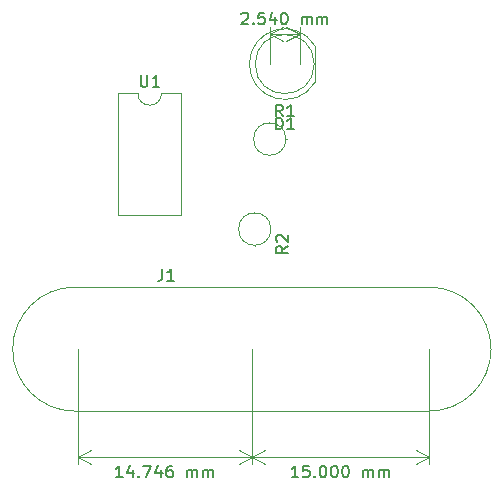
<source format=gbr>
G04 #@! TF.GenerationSoftware,KiCad,Pcbnew,(5.1.5)-3*
G04 #@! TF.CreationDate,2019-12-24T13:43:55+08:00*
G04 #@! TF.ProjectId,test,74657374-2e6b-4696-9361-645f70636258,rev?*
G04 #@! TF.SameCoordinates,Original*
G04 #@! TF.FileFunction,Legend,Top*
G04 #@! TF.FilePolarity,Positive*
%FSLAX46Y46*%
G04 Gerber Fmt 4.6, Leading zero omitted, Abs format (unit mm)*
G04 Created by KiCad (PCBNEW (5.1.5)-3) date 2019-12-24 13:43:55*
%MOMM*%
%LPD*%
G04 APERTURE LIST*
%ADD10C,0.150000*%
%ADD11C,0.120000*%
G04 APERTURE END LIST*
D10*
X45863333Y-45267619D02*
X45910952Y-45220000D01*
X46006190Y-45172380D01*
X46244285Y-45172380D01*
X46339523Y-45220000D01*
X46387142Y-45267619D01*
X46434761Y-45362857D01*
X46434761Y-45458095D01*
X46387142Y-45600952D01*
X45815714Y-46172380D01*
X46434761Y-46172380D01*
X46863333Y-46077142D02*
X46910952Y-46124761D01*
X46863333Y-46172380D01*
X46815714Y-46124761D01*
X46863333Y-46077142D01*
X46863333Y-46172380D01*
X47815714Y-45172380D02*
X47339523Y-45172380D01*
X47291904Y-45648571D01*
X47339523Y-45600952D01*
X47434761Y-45553333D01*
X47672857Y-45553333D01*
X47768095Y-45600952D01*
X47815714Y-45648571D01*
X47863333Y-45743809D01*
X47863333Y-45981904D01*
X47815714Y-46077142D01*
X47768095Y-46124761D01*
X47672857Y-46172380D01*
X47434761Y-46172380D01*
X47339523Y-46124761D01*
X47291904Y-46077142D01*
X48720476Y-45505714D02*
X48720476Y-46172380D01*
X48482380Y-45124761D02*
X48244285Y-45839047D01*
X48863333Y-45839047D01*
X49434761Y-45172380D02*
X49530000Y-45172380D01*
X49625238Y-45220000D01*
X49672857Y-45267619D01*
X49720476Y-45362857D01*
X49768095Y-45553333D01*
X49768095Y-45791428D01*
X49720476Y-45981904D01*
X49672857Y-46077142D01*
X49625238Y-46124761D01*
X49530000Y-46172380D01*
X49434761Y-46172380D01*
X49339523Y-46124761D01*
X49291904Y-46077142D01*
X49244285Y-45981904D01*
X49196666Y-45791428D01*
X49196666Y-45553333D01*
X49244285Y-45362857D01*
X49291904Y-45267619D01*
X49339523Y-45220000D01*
X49434761Y-45172380D01*
X50958571Y-46172380D02*
X50958571Y-45505714D01*
X50958571Y-45600952D02*
X51006190Y-45553333D01*
X51101428Y-45505714D01*
X51244285Y-45505714D01*
X51339523Y-45553333D01*
X51387142Y-45648571D01*
X51387142Y-46172380D01*
X51387142Y-45648571D02*
X51434761Y-45553333D01*
X51530000Y-45505714D01*
X51672857Y-45505714D01*
X51768095Y-45553333D01*
X51815714Y-45648571D01*
X51815714Y-46172380D01*
X52291904Y-46172380D02*
X52291904Y-45505714D01*
X52291904Y-45600952D02*
X52339523Y-45553333D01*
X52434761Y-45505714D01*
X52577619Y-45505714D01*
X52672857Y-45553333D01*
X52720476Y-45648571D01*
X52720476Y-46172380D01*
X52720476Y-45648571D02*
X52768095Y-45553333D01*
X52863333Y-45505714D01*
X53006190Y-45505714D01*
X53101428Y-45553333D01*
X53149047Y-45648571D01*
X53149047Y-46172380D01*
D11*
X48260000Y-46990000D02*
X50800000Y-46990000D01*
X48260000Y-49530000D02*
X48260000Y-46403579D01*
X50800000Y-49530000D02*
X50800000Y-46403579D01*
X50800000Y-46990000D02*
X49673496Y-47576421D01*
X50800000Y-46990000D02*
X49673496Y-46403579D01*
X48260000Y-46990000D02*
X49386504Y-47576421D01*
X48260000Y-46990000D02*
X49386504Y-46403579D01*
D10*
X50678571Y-84526380D02*
X50107142Y-84526380D01*
X50392857Y-84526380D02*
X50392857Y-83526380D01*
X50297619Y-83669238D01*
X50202380Y-83764476D01*
X50107142Y-83812095D01*
X51583333Y-83526380D02*
X51107142Y-83526380D01*
X51059523Y-84002571D01*
X51107142Y-83954952D01*
X51202380Y-83907333D01*
X51440476Y-83907333D01*
X51535714Y-83954952D01*
X51583333Y-84002571D01*
X51630952Y-84097809D01*
X51630952Y-84335904D01*
X51583333Y-84431142D01*
X51535714Y-84478761D01*
X51440476Y-84526380D01*
X51202380Y-84526380D01*
X51107142Y-84478761D01*
X51059523Y-84431142D01*
X52059523Y-84431142D02*
X52107142Y-84478761D01*
X52059523Y-84526380D01*
X52011904Y-84478761D01*
X52059523Y-84431142D01*
X52059523Y-84526380D01*
X52726190Y-83526380D02*
X52821428Y-83526380D01*
X52916666Y-83574000D01*
X52964285Y-83621619D01*
X53011904Y-83716857D01*
X53059523Y-83907333D01*
X53059523Y-84145428D01*
X53011904Y-84335904D01*
X52964285Y-84431142D01*
X52916666Y-84478761D01*
X52821428Y-84526380D01*
X52726190Y-84526380D01*
X52630952Y-84478761D01*
X52583333Y-84431142D01*
X52535714Y-84335904D01*
X52488095Y-84145428D01*
X52488095Y-83907333D01*
X52535714Y-83716857D01*
X52583333Y-83621619D01*
X52630952Y-83574000D01*
X52726190Y-83526380D01*
X53678571Y-83526380D02*
X53773809Y-83526380D01*
X53869047Y-83574000D01*
X53916666Y-83621619D01*
X53964285Y-83716857D01*
X54011904Y-83907333D01*
X54011904Y-84145428D01*
X53964285Y-84335904D01*
X53916666Y-84431142D01*
X53869047Y-84478761D01*
X53773809Y-84526380D01*
X53678571Y-84526380D01*
X53583333Y-84478761D01*
X53535714Y-84431142D01*
X53488095Y-84335904D01*
X53440476Y-84145428D01*
X53440476Y-83907333D01*
X53488095Y-83716857D01*
X53535714Y-83621619D01*
X53583333Y-83574000D01*
X53678571Y-83526380D01*
X54630952Y-83526380D02*
X54726190Y-83526380D01*
X54821428Y-83574000D01*
X54869047Y-83621619D01*
X54916666Y-83716857D01*
X54964285Y-83907333D01*
X54964285Y-84145428D01*
X54916666Y-84335904D01*
X54869047Y-84431142D01*
X54821428Y-84478761D01*
X54726190Y-84526380D01*
X54630952Y-84526380D01*
X54535714Y-84478761D01*
X54488095Y-84431142D01*
X54440476Y-84335904D01*
X54392857Y-84145428D01*
X54392857Y-83907333D01*
X54440476Y-83716857D01*
X54488095Y-83621619D01*
X54535714Y-83574000D01*
X54630952Y-83526380D01*
X56154761Y-84526380D02*
X56154761Y-83859714D01*
X56154761Y-83954952D02*
X56202380Y-83907333D01*
X56297619Y-83859714D01*
X56440476Y-83859714D01*
X56535714Y-83907333D01*
X56583333Y-84002571D01*
X56583333Y-84526380D01*
X56583333Y-84002571D02*
X56630952Y-83907333D01*
X56726190Y-83859714D01*
X56869047Y-83859714D01*
X56964285Y-83907333D01*
X57011904Y-84002571D01*
X57011904Y-84526380D01*
X57488095Y-84526380D02*
X57488095Y-83859714D01*
X57488095Y-83954952D02*
X57535714Y-83907333D01*
X57630952Y-83859714D01*
X57773809Y-83859714D01*
X57869047Y-83907333D01*
X57916666Y-84002571D01*
X57916666Y-84526380D01*
X57916666Y-84002571D02*
X57964285Y-83907333D01*
X58059523Y-83859714D01*
X58202380Y-83859714D01*
X58297619Y-83907333D01*
X58345238Y-84002571D01*
X58345238Y-84526380D01*
D11*
X61750000Y-82804000D02*
X46750000Y-82804000D01*
X61750000Y-73660000D02*
X61750000Y-83390421D01*
X46750000Y-73660000D02*
X46750000Y-83390421D01*
X46750000Y-82804000D02*
X47876504Y-82217579D01*
X46750000Y-82804000D02*
X47876504Y-83390421D01*
X61750000Y-82804000D02*
X60623496Y-82217579D01*
X61750000Y-82804000D02*
X60623496Y-83390421D01*
D10*
X35805571Y-84526380D02*
X35234142Y-84526380D01*
X35519857Y-84526380D02*
X35519857Y-83526380D01*
X35424619Y-83669238D01*
X35329380Y-83764476D01*
X35234142Y-83812095D01*
X36662714Y-83859714D02*
X36662714Y-84526380D01*
X36424619Y-83478761D02*
X36186523Y-84193047D01*
X36805571Y-84193047D01*
X37186523Y-84431142D02*
X37234142Y-84478761D01*
X37186523Y-84526380D01*
X37138904Y-84478761D01*
X37186523Y-84431142D01*
X37186523Y-84526380D01*
X37567476Y-83526380D02*
X38234142Y-83526380D01*
X37805571Y-84526380D01*
X39043666Y-83859714D02*
X39043666Y-84526380D01*
X38805571Y-83478761D02*
X38567476Y-84193047D01*
X39186523Y-84193047D01*
X39996047Y-83526380D02*
X39805571Y-83526380D01*
X39710333Y-83574000D01*
X39662714Y-83621619D01*
X39567476Y-83764476D01*
X39519857Y-83954952D01*
X39519857Y-84335904D01*
X39567476Y-84431142D01*
X39615095Y-84478761D01*
X39710333Y-84526380D01*
X39900809Y-84526380D01*
X39996047Y-84478761D01*
X40043666Y-84431142D01*
X40091285Y-84335904D01*
X40091285Y-84097809D01*
X40043666Y-84002571D01*
X39996047Y-83954952D01*
X39900809Y-83907333D01*
X39710333Y-83907333D01*
X39615095Y-83954952D01*
X39567476Y-84002571D01*
X39519857Y-84097809D01*
X41281761Y-84526380D02*
X41281761Y-83859714D01*
X41281761Y-83954952D02*
X41329380Y-83907333D01*
X41424619Y-83859714D01*
X41567476Y-83859714D01*
X41662714Y-83907333D01*
X41710333Y-84002571D01*
X41710333Y-84526380D01*
X41710333Y-84002571D02*
X41757952Y-83907333D01*
X41853190Y-83859714D01*
X41996047Y-83859714D01*
X42091285Y-83907333D01*
X42138904Y-84002571D01*
X42138904Y-84526380D01*
X42615095Y-84526380D02*
X42615095Y-83859714D01*
X42615095Y-83954952D02*
X42662714Y-83907333D01*
X42757952Y-83859714D01*
X42900809Y-83859714D01*
X42996047Y-83907333D01*
X43043666Y-84002571D01*
X43043666Y-84526380D01*
X43043666Y-84002571D02*
X43091285Y-83907333D01*
X43186523Y-83859714D01*
X43329380Y-83859714D01*
X43424619Y-83907333D01*
X43472238Y-84002571D01*
X43472238Y-84526380D01*
D11*
X32004000Y-82804000D02*
X46750000Y-82804000D01*
X32004000Y-73660000D02*
X32004000Y-83390421D01*
X46750000Y-73660000D02*
X46750000Y-83390421D01*
X46750000Y-82804000D02*
X45623496Y-83390421D01*
X46750000Y-82804000D02*
X45623496Y-82217579D01*
X32004000Y-82804000D02*
X33130504Y-83390421D01*
X32004000Y-82804000D02*
X33130504Y-82217579D01*
X46540000Y-49529538D02*
G75*
G03X52090000Y-51074830I2990000J-462D01*
G01*
X46540000Y-49530462D02*
G75*
G02X52090000Y-47985170I2990000J462D01*
G01*
X52030000Y-49530000D02*
G75*
G03X52030000Y-49530000I-2500000J0D01*
G01*
X52090000Y-51075000D02*
X52090000Y-47985000D01*
X49630000Y-55880000D02*
G75*
G03X49630000Y-55880000I-1370000J0D01*
G01*
X49630000Y-55880000D02*
X49700000Y-55880000D01*
X31750000Y-78910000D02*
X61750000Y-78910000D01*
X61750000Y-68410000D02*
X31750000Y-68410000D01*
X61750000Y-78910000D02*
G75*
G03X61750000Y-68410000I0J5250000D01*
G01*
X31750000Y-68410000D02*
G75*
G03X31750000Y-78910000I0J-5250000D01*
G01*
X46990000Y-64870000D02*
X46990000Y-64940000D01*
X48360000Y-63500000D02*
G75*
G03X48360000Y-63500000I-1370000J0D01*
G01*
X39100000Y-52010000D02*
G75*
G02X37100000Y-52010000I-1000000J0D01*
G01*
X37100000Y-52010000D02*
X35450000Y-52010000D01*
X35450000Y-52010000D02*
X35450000Y-62290000D01*
X35450000Y-62290000D02*
X40750000Y-62290000D01*
X40750000Y-62290000D02*
X40750000Y-52010000D01*
X40750000Y-52010000D02*
X39100000Y-52010000D01*
D10*
X48791904Y-55062380D02*
X48791904Y-54062380D01*
X49030000Y-54062380D01*
X49172857Y-54110000D01*
X49268095Y-54205238D01*
X49315714Y-54300476D01*
X49363333Y-54490952D01*
X49363333Y-54633809D01*
X49315714Y-54824285D01*
X49268095Y-54919523D01*
X49172857Y-55014761D01*
X49030000Y-55062380D01*
X48791904Y-55062380D01*
X50315714Y-55062380D02*
X49744285Y-55062380D01*
X50030000Y-55062380D02*
X50030000Y-54062380D01*
X49934761Y-54205238D01*
X49839523Y-54300476D01*
X49744285Y-54348095D01*
X49363333Y-53962380D02*
X49030000Y-53486190D01*
X48791904Y-53962380D02*
X48791904Y-52962380D01*
X49172857Y-52962380D01*
X49268095Y-53010000D01*
X49315714Y-53057619D01*
X49363333Y-53152857D01*
X49363333Y-53295714D01*
X49315714Y-53390952D01*
X49268095Y-53438571D01*
X49172857Y-53486190D01*
X48791904Y-53486190D01*
X50315714Y-53962380D02*
X49744285Y-53962380D01*
X50030000Y-53962380D02*
X50030000Y-52962380D01*
X49934761Y-53105238D01*
X49839523Y-53200476D01*
X49744285Y-53248095D01*
X39166666Y-66862380D02*
X39166666Y-67576666D01*
X39119047Y-67719523D01*
X39023809Y-67814761D01*
X38880952Y-67862380D01*
X38785714Y-67862380D01*
X40166666Y-67862380D02*
X39595238Y-67862380D01*
X39880952Y-67862380D02*
X39880952Y-66862380D01*
X39785714Y-67005238D01*
X39690476Y-67100476D01*
X39595238Y-67148095D01*
X49812380Y-64936666D02*
X49336190Y-65270000D01*
X49812380Y-65508095D02*
X48812380Y-65508095D01*
X48812380Y-65127142D01*
X48860000Y-65031904D01*
X48907619Y-64984285D01*
X49002857Y-64936666D01*
X49145714Y-64936666D01*
X49240952Y-64984285D01*
X49288571Y-65031904D01*
X49336190Y-65127142D01*
X49336190Y-65508095D01*
X48907619Y-64555714D02*
X48860000Y-64508095D01*
X48812380Y-64412857D01*
X48812380Y-64174761D01*
X48860000Y-64079523D01*
X48907619Y-64031904D01*
X49002857Y-63984285D01*
X49098095Y-63984285D01*
X49240952Y-64031904D01*
X49812380Y-64603333D01*
X49812380Y-63984285D01*
X37338095Y-50462380D02*
X37338095Y-51271904D01*
X37385714Y-51367142D01*
X37433333Y-51414761D01*
X37528571Y-51462380D01*
X37719047Y-51462380D01*
X37814285Y-51414761D01*
X37861904Y-51367142D01*
X37909523Y-51271904D01*
X37909523Y-50462380D01*
X38909523Y-51462380D02*
X38338095Y-51462380D01*
X38623809Y-51462380D02*
X38623809Y-50462380D01*
X38528571Y-50605238D01*
X38433333Y-50700476D01*
X38338095Y-50748095D01*
M02*

</source>
